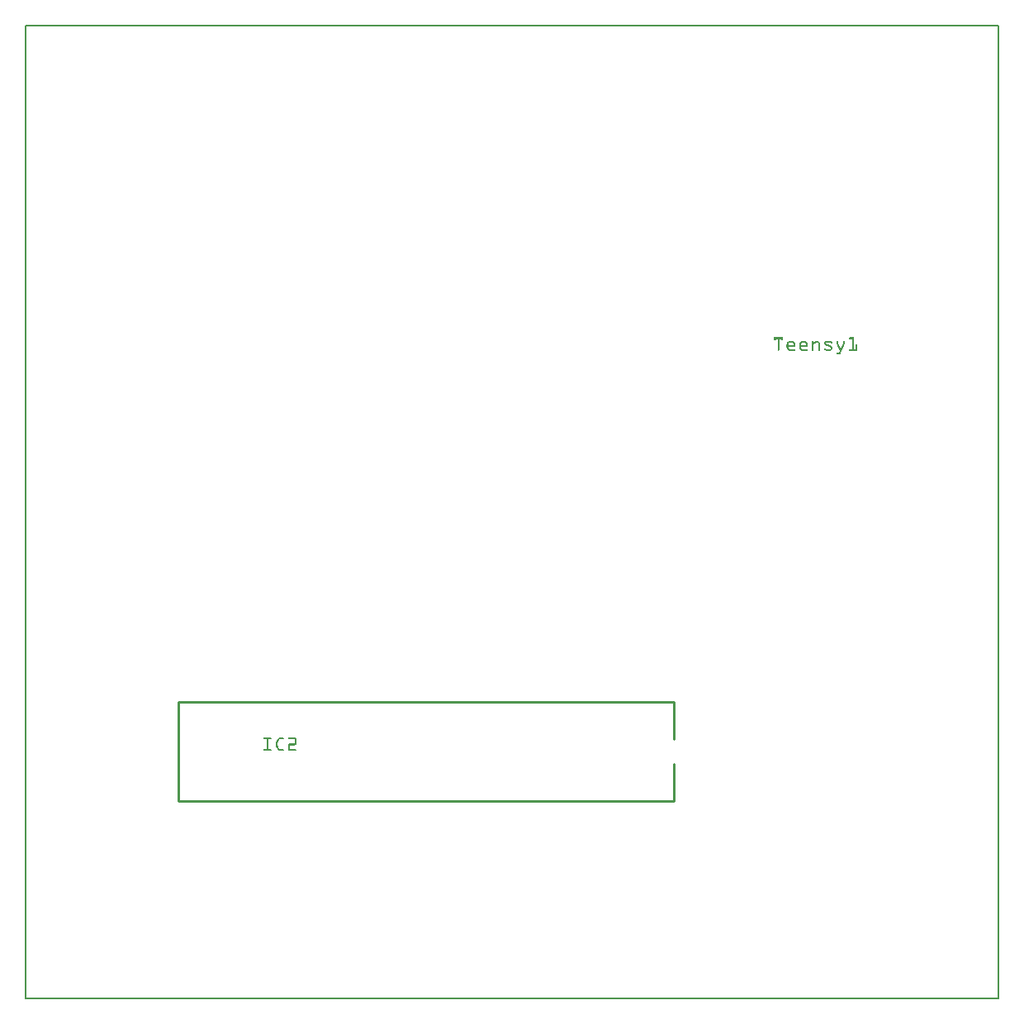
<source format=gto>
G04 MADE WITH FRITZING*
G04 WWW.FRITZING.ORG*
G04 DOUBLE SIDED*
G04 HOLES PLATED*
G04 CONTOUR ON CENTER OF CONTOUR VECTOR*
%ASAXBY*%
%FSLAX23Y23*%
%MOIN*%
%OFA0B0*%
%SFA1.0B1.0*%
%ADD10R,3.937010X3.937010X3.921010X3.921010*%
%ADD11C,0.008000*%
%ADD12C,0.010000*%
%ADD13R,0.001000X0.001000*%
%LNSILK1*%
G90*
G70*
G54D11*
X4Y3933D02*
X3933Y3933D01*
X3933Y4D01*
X4Y4D01*
X4Y3933D01*
D02*
G54D12*
X2621Y1200D02*
X621Y1200D01*
D02*
X621Y1200D02*
X621Y800D01*
D02*
X621Y800D02*
X2621Y800D01*
D02*
X2621Y1200D02*
X2621Y1050D01*
D02*
X2621Y950D02*
X2621Y800D01*
G54D13*
X3027Y2673D02*
X3061Y2673D01*
X3331Y2673D02*
X3348Y2673D01*
X3027Y2672D02*
X3061Y2672D01*
X3329Y2672D02*
X3348Y2672D01*
X3027Y2671D02*
X3061Y2671D01*
X3329Y2671D02*
X3348Y2671D01*
X3027Y2670D02*
X3061Y2670D01*
X3329Y2670D02*
X3348Y2670D01*
X3027Y2669D02*
X3061Y2669D01*
X3329Y2669D02*
X3348Y2669D01*
X3027Y2668D02*
X3061Y2668D01*
X3329Y2668D02*
X3348Y2668D01*
X3027Y2667D02*
X3061Y2667D01*
X3330Y2667D02*
X3348Y2667D01*
X3027Y2666D02*
X3033Y2666D01*
X3041Y2666D02*
X3047Y2666D01*
X3055Y2666D02*
X3061Y2666D01*
X3342Y2666D02*
X3348Y2666D01*
X3027Y2665D02*
X3033Y2665D01*
X3041Y2665D02*
X3047Y2665D01*
X3055Y2665D02*
X3061Y2665D01*
X3342Y2665D02*
X3348Y2665D01*
X3027Y2664D02*
X3033Y2664D01*
X3041Y2664D02*
X3047Y2664D01*
X3055Y2664D02*
X3061Y2664D01*
X3342Y2664D02*
X3348Y2664D01*
X3027Y2663D02*
X3033Y2663D01*
X3041Y2663D02*
X3047Y2663D01*
X3055Y2663D02*
X3061Y2663D01*
X3342Y2663D02*
X3348Y2663D01*
X3028Y2662D02*
X3033Y2662D01*
X3041Y2662D02*
X3047Y2662D01*
X3055Y2662D02*
X3060Y2662D01*
X3342Y2662D02*
X3348Y2662D01*
X3029Y2661D02*
X3032Y2661D01*
X3041Y2661D02*
X3047Y2661D01*
X3056Y2661D02*
X3059Y2661D01*
X3342Y2661D02*
X3348Y2661D01*
X3041Y2660D02*
X3047Y2660D01*
X3342Y2660D02*
X3348Y2660D01*
X3041Y2659D02*
X3047Y2659D01*
X3342Y2659D02*
X3348Y2659D01*
X3041Y2658D02*
X3047Y2658D01*
X3087Y2658D02*
X3101Y2658D01*
X3137Y2658D02*
X3151Y2658D01*
X3180Y2658D02*
X3182Y2658D01*
X3194Y2658D02*
X3203Y2658D01*
X3235Y2658D02*
X3255Y2658D01*
X3280Y2658D02*
X3282Y2658D01*
X3308Y2658D02*
X3310Y2658D01*
X3342Y2658D02*
X3348Y2658D01*
X3041Y2657D02*
X3047Y2657D01*
X3085Y2657D02*
X3103Y2657D01*
X3135Y2657D02*
X3154Y2657D01*
X3179Y2657D02*
X3183Y2657D01*
X3192Y2657D02*
X3205Y2657D01*
X3233Y2657D02*
X3257Y2657D01*
X3279Y2657D02*
X3284Y2657D01*
X3307Y2657D02*
X3311Y2657D01*
X3342Y2657D02*
X3348Y2657D01*
X3041Y2656D02*
X3047Y2656D01*
X3084Y2656D02*
X3105Y2656D01*
X3134Y2656D02*
X3155Y2656D01*
X3178Y2656D02*
X3184Y2656D01*
X3190Y2656D02*
X3207Y2656D01*
X3232Y2656D02*
X3258Y2656D01*
X3278Y2656D02*
X3284Y2656D01*
X3306Y2656D02*
X3312Y2656D01*
X3342Y2656D02*
X3348Y2656D01*
X3041Y2655D02*
X3047Y2655D01*
X3082Y2655D02*
X3106Y2655D01*
X3133Y2655D02*
X3156Y2655D01*
X3178Y2655D02*
X3184Y2655D01*
X3189Y2655D02*
X3208Y2655D01*
X3231Y2655D02*
X3259Y2655D01*
X3278Y2655D02*
X3284Y2655D01*
X3306Y2655D02*
X3312Y2655D01*
X3342Y2655D02*
X3348Y2655D01*
X3041Y2654D02*
X3047Y2654D01*
X3081Y2654D02*
X3107Y2654D01*
X3132Y2654D02*
X3157Y2654D01*
X3178Y2654D02*
X3184Y2654D01*
X3187Y2654D02*
X3209Y2654D01*
X3230Y2654D02*
X3260Y2654D01*
X3278Y2654D02*
X3284Y2654D01*
X3306Y2654D02*
X3312Y2654D01*
X3342Y2654D02*
X3348Y2654D01*
X3041Y2653D02*
X3047Y2653D01*
X3080Y2653D02*
X3108Y2653D01*
X3131Y2653D02*
X3158Y2653D01*
X3178Y2653D02*
X3184Y2653D01*
X3186Y2653D02*
X3209Y2653D01*
X3230Y2653D02*
X3261Y2653D01*
X3278Y2653D02*
X3284Y2653D01*
X3306Y2653D02*
X3312Y2653D01*
X3342Y2653D02*
X3348Y2653D01*
X3041Y2652D02*
X3047Y2652D01*
X3080Y2652D02*
X3109Y2652D01*
X3130Y2652D02*
X3159Y2652D01*
X3178Y2652D02*
X3210Y2652D01*
X3229Y2652D02*
X3261Y2652D01*
X3278Y2652D02*
X3284Y2652D01*
X3306Y2652D02*
X3312Y2652D01*
X3342Y2652D02*
X3348Y2652D01*
X3041Y2651D02*
X3047Y2651D01*
X3079Y2651D02*
X3088Y2651D01*
X3101Y2651D02*
X3110Y2651D01*
X3129Y2651D02*
X3138Y2651D01*
X3151Y2651D02*
X3160Y2651D01*
X3178Y2651D02*
X3194Y2651D01*
X3203Y2651D02*
X3210Y2651D01*
X3229Y2651D02*
X3236Y2651D01*
X3254Y2651D02*
X3261Y2651D01*
X3278Y2651D02*
X3284Y2651D01*
X3306Y2651D02*
X3312Y2651D01*
X3342Y2651D02*
X3348Y2651D01*
X3041Y2650D02*
X3047Y2650D01*
X3078Y2650D02*
X3086Y2650D01*
X3102Y2650D02*
X3110Y2650D01*
X3129Y2650D02*
X3137Y2650D01*
X3153Y2650D02*
X3160Y2650D01*
X3178Y2650D02*
X3193Y2650D01*
X3204Y2650D02*
X3210Y2650D01*
X3229Y2650D02*
X3235Y2650D01*
X3256Y2650D02*
X3260Y2650D01*
X3278Y2650D02*
X3284Y2650D01*
X3306Y2650D02*
X3312Y2650D01*
X3342Y2650D02*
X3348Y2650D01*
X3041Y2649D02*
X3047Y2649D01*
X3078Y2649D02*
X3085Y2649D01*
X3103Y2649D02*
X3111Y2649D01*
X3128Y2649D02*
X3135Y2649D01*
X3154Y2649D02*
X3161Y2649D01*
X3178Y2649D02*
X3191Y2649D01*
X3204Y2649D02*
X3210Y2649D01*
X3229Y2649D02*
X3235Y2649D01*
X3257Y2649D02*
X3259Y2649D01*
X3278Y2649D02*
X3285Y2649D01*
X3305Y2649D02*
X3312Y2649D01*
X3342Y2649D02*
X3348Y2649D01*
X3041Y2648D02*
X3047Y2648D01*
X3078Y2648D02*
X3084Y2648D01*
X3104Y2648D02*
X3111Y2648D01*
X3128Y2648D02*
X3134Y2648D01*
X3154Y2648D02*
X3161Y2648D01*
X3178Y2648D02*
X3190Y2648D01*
X3205Y2648D02*
X3211Y2648D01*
X3229Y2648D02*
X3236Y2648D01*
X3278Y2648D02*
X3285Y2648D01*
X3305Y2648D02*
X3312Y2648D01*
X3342Y2648D02*
X3348Y2648D01*
X3041Y2647D02*
X3047Y2647D01*
X3078Y2647D02*
X3084Y2647D01*
X3105Y2647D02*
X3111Y2647D01*
X3128Y2647D02*
X3134Y2647D01*
X3155Y2647D02*
X3161Y2647D01*
X3178Y2647D02*
X3188Y2647D01*
X3205Y2647D02*
X3211Y2647D01*
X3229Y2647D02*
X3238Y2647D01*
X3279Y2647D02*
X3286Y2647D01*
X3305Y2647D02*
X3311Y2647D01*
X3342Y2647D02*
X3348Y2647D01*
X3041Y2646D02*
X3047Y2646D01*
X3077Y2646D02*
X3084Y2646D01*
X3105Y2646D02*
X3111Y2646D01*
X3128Y2646D02*
X3134Y2646D01*
X3155Y2646D02*
X3161Y2646D01*
X3178Y2646D02*
X3187Y2646D01*
X3205Y2646D02*
X3211Y2646D01*
X3230Y2646D02*
X3240Y2646D01*
X3279Y2646D02*
X3286Y2646D01*
X3304Y2646D02*
X3311Y2646D01*
X3342Y2646D02*
X3348Y2646D01*
X3041Y2645D02*
X3047Y2645D01*
X3077Y2645D02*
X3083Y2645D01*
X3105Y2645D02*
X3111Y2645D01*
X3128Y2645D02*
X3134Y2645D01*
X3155Y2645D02*
X3161Y2645D01*
X3178Y2645D02*
X3185Y2645D01*
X3205Y2645D02*
X3211Y2645D01*
X3230Y2645D02*
X3242Y2645D01*
X3280Y2645D02*
X3286Y2645D01*
X3304Y2645D02*
X3310Y2645D01*
X3342Y2645D02*
X3348Y2645D01*
X3041Y2644D02*
X3047Y2644D01*
X3077Y2644D02*
X3083Y2644D01*
X3105Y2644D02*
X3111Y2644D01*
X3128Y2644D02*
X3134Y2644D01*
X3155Y2644D02*
X3161Y2644D01*
X3178Y2644D02*
X3184Y2644D01*
X3205Y2644D02*
X3211Y2644D01*
X3231Y2644D02*
X3245Y2644D01*
X3280Y2644D02*
X3287Y2644D01*
X3303Y2644D02*
X3310Y2644D01*
X3342Y2644D02*
X3348Y2644D01*
X3041Y2643D02*
X3047Y2643D01*
X3077Y2643D02*
X3083Y2643D01*
X3105Y2643D02*
X3111Y2643D01*
X3128Y2643D02*
X3134Y2643D01*
X3155Y2643D02*
X3161Y2643D01*
X3178Y2643D02*
X3184Y2643D01*
X3205Y2643D02*
X3211Y2643D01*
X3232Y2643D02*
X3247Y2643D01*
X3281Y2643D02*
X3287Y2643D01*
X3303Y2643D02*
X3309Y2643D01*
X3342Y2643D02*
X3348Y2643D01*
X3357Y2643D02*
X3361Y2643D01*
X3041Y2642D02*
X3047Y2642D01*
X3077Y2642D02*
X3083Y2642D01*
X3105Y2642D02*
X3111Y2642D01*
X3128Y2642D02*
X3134Y2642D01*
X3155Y2642D02*
X3161Y2642D01*
X3178Y2642D02*
X3184Y2642D01*
X3205Y2642D02*
X3211Y2642D01*
X3233Y2642D02*
X3249Y2642D01*
X3281Y2642D02*
X3288Y2642D01*
X3302Y2642D02*
X3309Y2642D01*
X3342Y2642D02*
X3348Y2642D01*
X3357Y2642D02*
X3362Y2642D01*
X3041Y2641D02*
X3047Y2641D01*
X3077Y2641D02*
X3084Y2641D01*
X3105Y2641D02*
X3111Y2641D01*
X3128Y2641D02*
X3134Y2641D01*
X3155Y2641D02*
X3161Y2641D01*
X3178Y2641D02*
X3184Y2641D01*
X3205Y2641D02*
X3211Y2641D01*
X3235Y2641D02*
X3252Y2641D01*
X3281Y2641D02*
X3288Y2641D01*
X3302Y2641D02*
X3309Y2641D01*
X3342Y2641D02*
X3348Y2641D01*
X3356Y2641D02*
X3362Y2641D01*
X3041Y2640D02*
X3047Y2640D01*
X3077Y2640D02*
X3111Y2640D01*
X3128Y2640D02*
X3161Y2640D01*
X3178Y2640D02*
X3184Y2640D01*
X3205Y2640D02*
X3211Y2640D01*
X3237Y2640D02*
X3254Y2640D01*
X3282Y2640D02*
X3289Y2640D01*
X3301Y2640D02*
X3308Y2640D01*
X3342Y2640D02*
X3348Y2640D01*
X3356Y2640D02*
X3362Y2640D01*
X3041Y2639D02*
X3047Y2639D01*
X3077Y2639D02*
X3111Y2639D01*
X3128Y2639D02*
X3161Y2639D01*
X3178Y2639D02*
X3184Y2639D01*
X3205Y2639D02*
X3211Y2639D01*
X3240Y2639D02*
X3256Y2639D01*
X3282Y2639D02*
X3289Y2639D01*
X3301Y2639D02*
X3308Y2639D01*
X3342Y2639D02*
X3348Y2639D01*
X3356Y2639D02*
X3362Y2639D01*
X3041Y2638D02*
X3047Y2638D01*
X3077Y2638D02*
X3111Y2638D01*
X3128Y2638D02*
X3161Y2638D01*
X3178Y2638D02*
X3184Y2638D01*
X3205Y2638D02*
X3211Y2638D01*
X3242Y2638D02*
X3257Y2638D01*
X3283Y2638D02*
X3289Y2638D01*
X3301Y2638D02*
X3307Y2638D01*
X3342Y2638D02*
X3348Y2638D01*
X3356Y2638D02*
X3362Y2638D01*
X3041Y2637D02*
X3047Y2637D01*
X3077Y2637D02*
X3111Y2637D01*
X3128Y2637D02*
X3161Y2637D01*
X3178Y2637D02*
X3184Y2637D01*
X3205Y2637D02*
X3211Y2637D01*
X3244Y2637D02*
X3258Y2637D01*
X3283Y2637D02*
X3290Y2637D01*
X3300Y2637D02*
X3307Y2637D01*
X3342Y2637D02*
X3348Y2637D01*
X3356Y2637D02*
X3362Y2637D01*
X3041Y2636D02*
X3047Y2636D01*
X3077Y2636D02*
X3111Y2636D01*
X3128Y2636D02*
X3161Y2636D01*
X3178Y2636D02*
X3184Y2636D01*
X3205Y2636D02*
X3211Y2636D01*
X3247Y2636D02*
X3259Y2636D01*
X3284Y2636D02*
X3290Y2636D01*
X3300Y2636D02*
X3306Y2636D01*
X3342Y2636D02*
X3348Y2636D01*
X3356Y2636D02*
X3362Y2636D01*
X3041Y2635D02*
X3047Y2635D01*
X3077Y2635D02*
X3110Y2635D01*
X3128Y2635D02*
X3160Y2635D01*
X3178Y2635D02*
X3184Y2635D01*
X3205Y2635D02*
X3211Y2635D01*
X3249Y2635D02*
X3260Y2635D01*
X3284Y2635D02*
X3291Y2635D01*
X3299Y2635D02*
X3306Y2635D01*
X3342Y2635D02*
X3348Y2635D01*
X3356Y2635D02*
X3362Y2635D01*
X3041Y2634D02*
X3047Y2634D01*
X3077Y2634D02*
X3109Y2634D01*
X3128Y2634D02*
X3159Y2634D01*
X3178Y2634D02*
X3184Y2634D01*
X3205Y2634D02*
X3211Y2634D01*
X3251Y2634D02*
X3260Y2634D01*
X3285Y2634D02*
X3291Y2634D01*
X3299Y2634D02*
X3306Y2634D01*
X3342Y2634D02*
X3348Y2634D01*
X3356Y2634D02*
X3362Y2634D01*
X3041Y2633D02*
X3047Y2633D01*
X3077Y2633D02*
X3083Y2633D01*
X3128Y2633D02*
X3134Y2633D01*
X3178Y2633D02*
X3184Y2633D01*
X3205Y2633D02*
X3211Y2633D01*
X3253Y2633D02*
X3261Y2633D01*
X3285Y2633D02*
X3292Y2633D01*
X3298Y2633D02*
X3305Y2633D01*
X3342Y2633D02*
X3348Y2633D01*
X3356Y2633D02*
X3362Y2633D01*
X3041Y2632D02*
X3047Y2632D01*
X3077Y2632D02*
X3083Y2632D01*
X3128Y2632D02*
X3134Y2632D01*
X3178Y2632D02*
X3184Y2632D01*
X3205Y2632D02*
X3211Y2632D01*
X3255Y2632D02*
X3261Y2632D01*
X3285Y2632D02*
X3292Y2632D01*
X3298Y2632D02*
X3305Y2632D01*
X3342Y2632D02*
X3348Y2632D01*
X3356Y2632D02*
X3362Y2632D01*
X3041Y2631D02*
X3047Y2631D01*
X3078Y2631D02*
X3084Y2631D01*
X3128Y2631D02*
X3134Y2631D01*
X3178Y2631D02*
X3184Y2631D01*
X3205Y2631D02*
X3211Y2631D01*
X3255Y2631D02*
X3261Y2631D01*
X3286Y2631D02*
X3293Y2631D01*
X3298Y2631D02*
X3304Y2631D01*
X3342Y2631D02*
X3348Y2631D01*
X3356Y2631D02*
X3362Y2631D01*
X3041Y2630D02*
X3047Y2630D01*
X3078Y2630D02*
X3084Y2630D01*
X3128Y2630D02*
X3134Y2630D01*
X3178Y2630D02*
X3184Y2630D01*
X3205Y2630D02*
X3211Y2630D01*
X3255Y2630D02*
X3262Y2630D01*
X3286Y2630D02*
X3293Y2630D01*
X3297Y2630D02*
X3304Y2630D01*
X3342Y2630D02*
X3348Y2630D01*
X3356Y2630D02*
X3362Y2630D01*
X3041Y2629D02*
X3047Y2629D01*
X3078Y2629D02*
X3085Y2629D01*
X3128Y2629D02*
X3135Y2629D01*
X3178Y2629D02*
X3184Y2629D01*
X3205Y2629D02*
X3211Y2629D01*
X3255Y2629D02*
X3261Y2629D01*
X3287Y2629D02*
X3294Y2629D01*
X3296Y2629D02*
X3303Y2629D01*
X3342Y2629D02*
X3348Y2629D01*
X3356Y2629D02*
X3362Y2629D01*
X3041Y2628D02*
X3047Y2628D01*
X3078Y2628D02*
X3086Y2628D01*
X3128Y2628D02*
X3136Y2628D01*
X3178Y2628D02*
X3184Y2628D01*
X3205Y2628D02*
X3211Y2628D01*
X3229Y2628D02*
X3233Y2628D01*
X3255Y2628D02*
X3261Y2628D01*
X3287Y2628D02*
X3303Y2628D01*
X3342Y2628D02*
X3348Y2628D01*
X3356Y2628D02*
X3362Y2628D01*
X3041Y2627D02*
X3047Y2627D01*
X3078Y2627D02*
X3087Y2627D01*
X3129Y2627D02*
X3137Y2627D01*
X3178Y2627D02*
X3184Y2627D01*
X3205Y2627D02*
X3211Y2627D01*
X3228Y2627D02*
X3235Y2627D01*
X3254Y2627D02*
X3261Y2627D01*
X3288Y2627D02*
X3302Y2627D01*
X3342Y2627D02*
X3348Y2627D01*
X3356Y2627D02*
X3362Y2627D01*
X3041Y2626D02*
X3047Y2626D01*
X3079Y2626D02*
X3108Y2626D01*
X3129Y2626D02*
X3158Y2626D01*
X3178Y2626D02*
X3184Y2626D01*
X3205Y2626D02*
X3211Y2626D01*
X3228Y2626D02*
X3261Y2626D01*
X3288Y2626D02*
X3302Y2626D01*
X3332Y2626D02*
X3362Y2626D01*
X3041Y2625D02*
X3047Y2625D01*
X3080Y2625D02*
X3110Y2625D01*
X3130Y2625D02*
X3160Y2625D01*
X3178Y2625D02*
X3184Y2625D01*
X3205Y2625D02*
X3211Y2625D01*
X3228Y2625D02*
X3260Y2625D01*
X3289Y2625D02*
X3302Y2625D01*
X3330Y2625D02*
X3362Y2625D01*
X3041Y2624D02*
X3047Y2624D01*
X3081Y2624D02*
X3111Y2624D01*
X3131Y2624D02*
X3161Y2624D01*
X3178Y2624D02*
X3184Y2624D01*
X3205Y2624D02*
X3211Y2624D01*
X3228Y2624D02*
X3260Y2624D01*
X3289Y2624D02*
X3301Y2624D01*
X3329Y2624D02*
X3362Y2624D01*
X3041Y2623D02*
X3047Y2623D01*
X3082Y2623D02*
X3111Y2623D01*
X3132Y2623D02*
X3161Y2623D01*
X3178Y2623D02*
X3184Y2623D01*
X3205Y2623D02*
X3211Y2623D01*
X3229Y2623D02*
X3259Y2623D01*
X3290Y2623D02*
X3301Y2623D01*
X3329Y2623D02*
X3362Y2623D01*
X3041Y2622D02*
X3047Y2622D01*
X3083Y2622D02*
X3111Y2622D01*
X3133Y2622D02*
X3161Y2622D01*
X3178Y2622D02*
X3184Y2622D01*
X3206Y2622D02*
X3211Y2622D01*
X3230Y2622D02*
X3258Y2622D01*
X3292Y2622D02*
X3300Y2622D01*
X3329Y2622D02*
X3362Y2622D01*
X3041Y2621D02*
X3047Y2621D01*
X3084Y2621D02*
X3111Y2621D01*
X3134Y2621D02*
X3161Y2621D01*
X3178Y2621D02*
X3183Y2621D01*
X3206Y2621D02*
X3211Y2621D01*
X3232Y2621D02*
X3257Y2621D01*
X3293Y2621D02*
X3300Y2621D01*
X3329Y2621D02*
X3362Y2621D01*
X3042Y2620D02*
X3046Y2620D01*
X3086Y2620D02*
X3110Y2620D01*
X3136Y2620D02*
X3160Y2620D01*
X3179Y2620D02*
X3183Y2620D01*
X3207Y2620D02*
X3210Y2620D01*
X3234Y2620D02*
X3255Y2620D01*
X3293Y2620D02*
X3299Y2620D01*
X3330Y2620D02*
X3361Y2620D01*
X3292Y2619D02*
X3299Y2619D01*
X3292Y2618D02*
X3299Y2618D01*
X3291Y2617D02*
X3298Y2617D01*
X3291Y2616D02*
X3298Y2616D01*
X3291Y2615D02*
X3297Y2615D01*
X3290Y2614D02*
X3297Y2614D01*
X3290Y2613D02*
X3296Y2613D01*
X3289Y2612D02*
X3296Y2612D01*
X3280Y2611D02*
X3295Y2611D01*
X3279Y2610D02*
X3295Y2610D01*
X3279Y2609D02*
X3295Y2609D01*
X3278Y2608D02*
X3294Y2608D01*
X3278Y2607D02*
X3294Y2607D01*
X3279Y2606D02*
X3293Y2606D01*
X3280Y2605D02*
X3292Y2605D01*
X966Y1057D02*
X995Y1057D01*
X1029Y1057D02*
X1046Y1057D01*
X1066Y1057D02*
X1093Y1057D01*
X965Y1056D02*
X997Y1056D01*
X1027Y1056D02*
X1047Y1056D01*
X1065Y1056D02*
X1095Y1056D01*
X964Y1055D02*
X997Y1055D01*
X1025Y1055D02*
X1047Y1055D01*
X1064Y1055D02*
X1096Y1055D01*
X964Y1054D02*
X997Y1054D01*
X1024Y1054D02*
X1048Y1054D01*
X1064Y1054D02*
X1097Y1054D01*
X964Y1053D02*
X997Y1053D01*
X1024Y1053D02*
X1047Y1053D01*
X1064Y1053D02*
X1097Y1053D01*
X964Y1052D02*
X997Y1052D01*
X1023Y1052D02*
X1047Y1052D01*
X1065Y1052D02*
X1098Y1052D01*
X966Y1051D02*
X996Y1051D01*
X1022Y1051D02*
X1046Y1051D01*
X1066Y1051D02*
X1098Y1051D01*
X978Y1050D02*
X984Y1050D01*
X1022Y1050D02*
X1029Y1050D01*
X1092Y1050D02*
X1098Y1050D01*
X978Y1049D02*
X984Y1049D01*
X1021Y1049D02*
X1028Y1049D01*
X1092Y1049D02*
X1098Y1049D01*
X978Y1048D02*
X984Y1048D01*
X1021Y1048D02*
X1028Y1048D01*
X1092Y1048D02*
X1098Y1048D01*
X978Y1047D02*
X984Y1047D01*
X1020Y1047D02*
X1027Y1047D01*
X1092Y1047D02*
X1098Y1047D01*
X978Y1046D02*
X984Y1046D01*
X1020Y1046D02*
X1027Y1046D01*
X1092Y1046D02*
X1098Y1046D01*
X978Y1045D02*
X984Y1045D01*
X1019Y1045D02*
X1026Y1045D01*
X1092Y1045D02*
X1098Y1045D01*
X978Y1044D02*
X984Y1044D01*
X1019Y1044D02*
X1026Y1044D01*
X1092Y1044D02*
X1098Y1044D01*
X978Y1043D02*
X984Y1043D01*
X1018Y1043D02*
X1025Y1043D01*
X1092Y1043D02*
X1098Y1043D01*
X978Y1042D02*
X984Y1042D01*
X1018Y1042D02*
X1025Y1042D01*
X1092Y1042D02*
X1098Y1042D01*
X978Y1041D02*
X984Y1041D01*
X1017Y1041D02*
X1024Y1041D01*
X1092Y1041D02*
X1098Y1041D01*
X978Y1040D02*
X984Y1040D01*
X1017Y1040D02*
X1024Y1040D01*
X1092Y1040D02*
X1098Y1040D01*
X978Y1039D02*
X984Y1039D01*
X1016Y1039D02*
X1023Y1039D01*
X1092Y1039D02*
X1098Y1039D01*
X978Y1038D02*
X984Y1038D01*
X1016Y1038D02*
X1023Y1038D01*
X1092Y1038D02*
X1098Y1038D01*
X978Y1037D02*
X984Y1037D01*
X1015Y1037D02*
X1022Y1037D01*
X1092Y1037D02*
X1098Y1037D01*
X978Y1036D02*
X984Y1036D01*
X1015Y1036D02*
X1022Y1036D01*
X1092Y1036D02*
X1098Y1036D01*
X978Y1035D02*
X984Y1035D01*
X1015Y1035D02*
X1021Y1035D01*
X1092Y1035D02*
X1098Y1035D01*
X978Y1034D02*
X984Y1034D01*
X1014Y1034D02*
X1021Y1034D01*
X1092Y1034D02*
X1098Y1034D01*
X978Y1033D02*
X984Y1033D01*
X1014Y1033D02*
X1020Y1033D01*
X1068Y1033D02*
X1098Y1033D01*
X978Y1032D02*
X984Y1032D01*
X1014Y1032D02*
X1020Y1032D01*
X1067Y1032D02*
X1098Y1032D01*
X978Y1031D02*
X984Y1031D01*
X1014Y1031D02*
X1020Y1031D01*
X1066Y1031D02*
X1097Y1031D01*
X978Y1030D02*
X984Y1030D01*
X1014Y1030D02*
X1020Y1030D01*
X1065Y1030D02*
X1097Y1030D01*
X978Y1029D02*
X984Y1029D01*
X1014Y1029D02*
X1020Y1029D01*
X1065Y1029D02*
X1096Y1029D01*
X978Y1028D02*
X984Y1028D01*
X1014Y1028D02*
X1020Y1028D01*
X1064Y1028D02*
X1094Y1028D01*
X978Y1027D02*
X984Y1027D01*
X1014Y1027D02*
X1021Y1027D01*
X1064Y1027D02*
X1092Y1027D01*
X978Y1026D02*
X984Y1026D01*
X1015Y1026D02*
X1021Y1026D01*
X1064Y1026D02*
X1070Y1026D01*
X978Y1025D02*
X984Y1025D01*
X1015Y1025D02*
X1022Y1025D01*
X1064Y1025D02*
X1070Y1025D01*
X978Y1024D02*
X984Y1024D01*
X1015Y1024D02*
X1022Y1024D01*
X1064Y1024D02*
X1070Y1024D01*
X978Y1023D02*
X984Y1023D01*
X1016Y1023D02*
X1023Y1023D01*
X1064Y1023D02*
X1070Y1023D01*
X978Y1022D02*
X984Y1022D01*
X1016Y1022D02*
X1023Y1022D01*
X1064Y1022D02*
X1070Y1022D01*
X978Y1021D02*
X984Y1021D01*
X1017Y1021D02*
X1024Y1021D01*
X1064Y1021D02*
X1070Y1021D01*
X978Y1020D02*
X984Y1020D01*
X1017Y1020D02*
X1024Y1020D01*
X1064Y1020D02*
X1070Y1020D01*
X978Y1019D02*
X984Y1019D01*
X1018Y1019D02*
X1025Y1019D01*
X1064Y1019D02*
X1070Y1019D01*
X978Y1018D02*
X984Y1018D01*
X1018Y1018D02*
X1025Y1018D01*
X1064Y1018D02*
X1070Y1018D01*
X978Y1017D02*
X984Y1017D01*
X1019Y1017D02*
X1026Y1017D01*
X1064Y1017D02*
X1070Y1017D01*
X978Y1016D02*
X984Y1016D01*
X1019Y1016D02*
X1026Y1016D01*
X1064Y1016D02*
X1070Y1016D01*
X978Y1015D02*
X984Y1015D01*
X1020Y1015D02*
X1027Y1015D01*
X1064Y1015D02*
X1070Y1015D01*
X978Y1014D02*
X984Y1014D01*
X1020Y1014D02*
X1027Y1014D01*
X1064Y1014D02*
X1070Y1014D01*
X978Y1013D02*
X984Y1013D01*
X1021Y1013D02*
X1028Y1013D01*
X1064Y1013D02*
X1070Y1013D01*
X978Y1012D02*
X984Y1012D01*
X1021Y1012D02*
X1028Y1012D01*
X1064Y1012D02*
X1070Y1012D01*
X978Y1011D02*
X984Y1011D01*
X1022Y1011D02*
X1029Y1011D01*
X1064Y1011D02*
X1070Y1011D01*
X966Y1010D02*
X995Y1010D01*
X1022Y1010D02*
X1045Y1010D01*
X1064Y1010D02*
X1096Y1010D01*
X965Y1009D02*
X997Y1009D01*
X1023Y1009D02*
X1047Y1009D01*
X1064Y1009D02*
X1097Y1009D01*
X964Y1008D02*
X997Y1008D01*
X1024Y1008D02*
X1047Y1008D01*
X1064Y1008D02*
X1098Y1008D01*
X964Y1007D02*
X997Y1007D01*
X1024Y1007D02*
X1048Y1007D01*
X1064Y1007D02*
X1098Y1007D01*
X964Y1006D02*
X997Y1006D01*
X1025Y1006D02*
X1047Y1006D01*
X1064Y1006D02*
X1098Y1006D01*
X964Y1005D02*
X997Y1005D01*
X1027Y1005D02*
X1047Y1005D01*
X1064Y1005D02*
X1097Y1005D01*
X965Y1004D02*
X996Y1004D01*
X1029Y1004D02*
X1046Y1004D01*
X1064Y1004D02*
X1096Y1004D01*
D02*
G04 End of Silk1*
M02*
</source>
